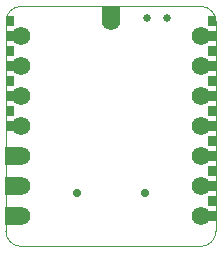
<source format=gbs>
G04*
G04 #@! TF.GenerationSoftware,Altium Limited,Altium Designer,24.6.1 (21)*
G04*
G04 Layer_Color=16711935*
%FSLAX25Y25*%
%MOIN*%
G70*
G04*
G04 #@! TF.SameCoordinates,E89A06A7-0658-4A87-8E90-D679E4E66743*
G04*
G04*
G04 #@! TF.FilePolarity,Negative*
G04*
G01*
G75*
%ADD11C,0.00394*%
%ADD57C,0.02795*%
%ADD58C,0.02598*%
%ADD59C,0.06142*%
%ADD60R,0.02736X0.03386*%
%ADD61R,0.05236X0.06142*%
%ADD62R,0.06142X0.05236*%
%ADD75R,0.02894X0.03543*%
D11*
X65000Y-0D02*
G03*
X70000Y5000I0J5000D01*
G01*
X70000Y75000D02*
G03*
X65000Y80000I-5000J0D01*
G01*
X5000Y80000D02*
G03*
X0Y75000I0J-5000D01*
G01*
X-0Y5000D02*
G03*
X5000Y0I5000J0D01*
G01*
X0Y5000D02*
Y75000D01*
X5000Y80000D02*
X65000D01*
X70000Y5000D02*
Y75000D01*
X5000Y0D02*
X65000D01*
D57*
X23622Y17764D02*
D03*
X46378D02*
D03*
D58*
X53847Y76000D02*
D03*
X47153D02*
D03*
D59*
X65000Y10000D02*
D03*
Y20000D02*
D03*
Y30000D02*
D03*
Y40000D02*
D03*
Y50000D02*
D03*
Y70000D02*
D03*
Y60000D02*
D03*
X5000Y10000D02*
D03*
Y20000D02*
D03*
Y30000D02*
D03*
Y40000D02*
D03*
Y50000D02*
D03*
Y70000D02*
D03*
Y60000D02*
D03*
X35000Y75000D02*
D03*
D60*
X1250Y70000D02*
D03*
Y60000D02*
D03*
Y50000D02*
D03*
Y40000D02*
D03*
X68750D02*
D03*
Y30000D02*
D03*
Y70000D02*
D03*
Y20000D02*
D03*
Y10000D02*
D03*
Y60000D02*
D03*
Y50000D02*
D03*
D61*
X2500Y10000D02*
D03*
Y30000D02*
D03*
Y20000D02*
D03*
D62*
X35000Y77500D02*
D03*
D75*
X68750Y35000D02*
D03*
X1250Y75000D02*
D03*
Y55000D02*
D03*
Y45000D02*
D03*
Y65000D02*
D03*
X68750Y45000D02*
D03*
Y55000D02*
D03*
Y65000D02*
D03*
Y25000D02*
D03*
Y15000D02*
D03*
Y75000D02*
D03*
M02*

</source>
